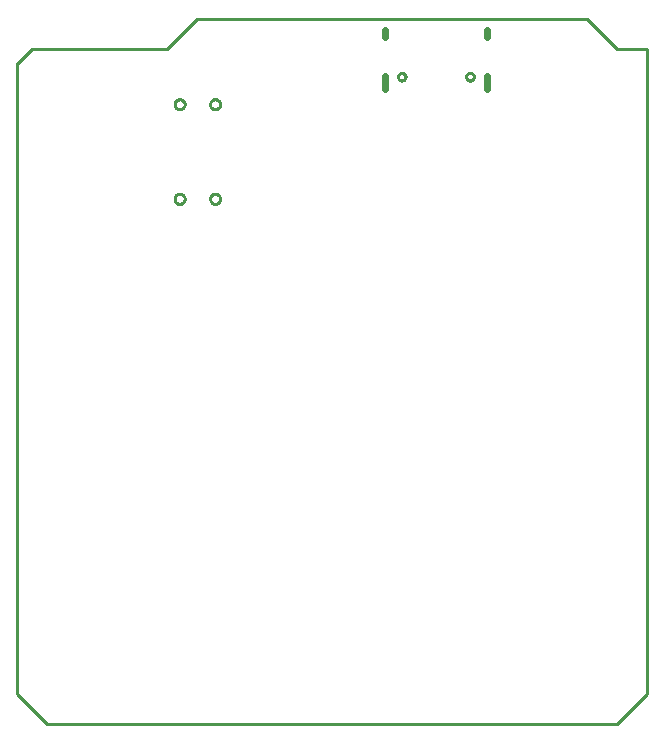
<source format=gko>
G04 EAGLE Gerber RS-274X export*
G75*
%MOMM*%
%FSLAX34Y34*%
%LPD*%
%IN*%
%IPPOS*%
%AMOC8*
5,1,8,0,0,1.08239X$1,22.5*%
G01*
%ADD10C,0.203200*%
%ADD11C,0.000000*%
%ADD12C,0.600000*%
%ADD13C,0.254000*%


D10*
X25400Y-25400D02*
X508000Y-25400D01*
X533400Y0D01*
X533400Y546100D01*
X508000Y546100D01*
X482600Y571500D01*
X152400Y571500D01*
X127000Y546100D01*
X12700Y546100D01*
X0Y533400D01*
X0Y0D01*
X25400Y-25400D01*
D11*
X379980Y522450D02*
X379982Y522563D01*
X379988Y522677D01*
X379998Y522790D01*
X380012Y522902D01*
X380029Y523014D01*
X380051Y523126D01*
X380077Y523236D01*
X380106Y523346D01*
X380139Y523454D01*
X380176Y523562D01*
X380217Y523667D01*
X380261Y523772D01*
X380309Y523875D01*
X380360Y523976D01*
X380415Y524075D01*
X380474Y524172D01*
X380536Y524267D01*
X380601Y524360D01*
X380669Y524451D01*
X380740Y524539D01*
X380815Y524625D01*
X380892Y524708D01*
X380972Y524788D01*
X381055Y524865D01*
X381141Y524940D01*
X381229Y525011D01*
X381320Y525079D01*
X381413Y525144D01*
X381508Y525206D01*
X381605Y525265D01*
X381704Y525320D01*
X381805Y525371D01*
X381908Y525419D01*
X382013Y525463D01*
X382118Y525504D01*
X382226Y525541D01*
X382334Y525574D01*
X382444Y525603D01*
X382554Y525629D01*
X382666Y525651D01*
X382778Y525668D01*
X382890Y525682D01*
X383003Y525692D01*
X383117Y525698D01*
X383230Y525700D01*
X383343Y525698D01*
X383457Y525692D01*
X383570Y525682D01*
X383682Y525668D01*
X383794Y525651D01*
X383906Y525629D01*
X384016Y525603D01*
X384126Y525574D01*
X384234Y525541D01*
X384342Y525504D01*
X384447Y525463D01*
X384552Y525419D01*
X384655Y525371D01*
X384756Y525320D01*
X384855Y525265D01*
X384952Y525206D01*
X385047Y525144D01*
X385140Y525079D01*
X385231Y525011D01*
X385319Y524940D01*
X385405Y524865D01*
X385488Y524788D01*
X385568Y524708D01*
X385645Y524625D01*
X385720Y524539D01*
X385791Y524451D01*
X385859Y524360D01*
X385924Y524267D01*
X385986Y524172D01*
X386045Y524075D01*
X386100Y523976D01*
X386151Y523875D01*
X386199Y523772D01*
X386243Y523667D01*
X386284Y523562D01*
X386321Y523454D01*
X386354Y523346D01*
X386383Y523236D01*
X386409Y523126D01*
X386431Y523014D01*
X386448Y522902D01*
X386462Y522790D01*
X386472Y522677D01*
X386478Y522563D01*
X386480Y522450D01*
X386478Y522337D01*
X386472Y522223D01*
X386462Y522110D01*
X386448Y521998D01*
X386431Y521886D01*
X386409Y521774D01*
X386383Y521664D01*
X386354Y521554D01*
X386321Y521446D01*
X386284Y521338D01*
X386243Y521233D01*
X386199Y521128D01*
X386151Y521025D01*
X386100Y520924D01*
X386045Y520825D01*
X385986Y520728D01*
X385924Y520633D01*
X385859Y520540D01*
X385791Y520449D01*
X385720Y520361D01*
X385645Y520275D01*
X385568Y520192D01*
X385488Y520112D01*
X385405Y520035D01*
X385319Y519960D01*
X385231Y519889D01*
X385140Y519821D01*
X385047Y519756D01*
X384952Y519694D01*
X384855Y519635D01*
X384756Y519580D01*
X384655Y519529D01*
X384552Y519481D01*
X384447Y519437D01*
X384342Y519396D01*
X384234Y519359D01*
X384126Y519326D01*
X384016Y519297D01*
X383906Y519271D01*
X383794Y519249D01*
X383682Y519232D01*
X383570Y519218D01*
X383457Y519208D01*
X383343Y519202D01*
X383230Y519200D01*
X383117Y519202D01*
X383003Y519208D01*
X382890Y519218D01*
X382778Y519232D01*
X382666Y519249D01*
X382554Y519271D01*
X382444Y519297D01*
X382334Y519326D01*
X382226Y519359D01*
X382118Y519396D01*
X382013Y519437D01*
X381908Y519481D01*
X381805Y519529D01*
X381704Y519580D01*
X381605Y519635D01*
X381508Y519694D01*
X381413Y519756D01*
X381320Y519821D01*
X381229Y519889D01*
X381141Y519960D01*
X381055Y520035D01*
X380972Y520112D01*
X380892Y520192D01*
X380815Y520275D01*
X380740Y520361D01*
X380669Y520449D01*
X380601Y520540D01*
X380536Y520633D01*
X380474Y520728D01*
X380415Y520825D01*
X380360Y520924D01*
X380309Y521025D01*
X380261Y521128D01*
X380217Y521233D01*
X380176Y521338D01*
X380139Y521446D01*
X380106Y521554D01*
X380077Y521664D01*
X380051Y521774D01*
X380029Y521886D01*
X380012Y521998D01*
X379998Y522110D01*
X379988Y522223D01*
X379982Y522337D01*
X379980Y522450D01*
X322180Y522450D02*
X322182Y522563D01*
X322188Y522677D01*
X322198Y522790D01*
X322212Y522902D01*
X322229Y523014D01*
X322251Y523126D01*
X322277Y523236D01*
X322306Y523346D01*
X322339Y523454D01*
X322376Y523562D01*
X322417Y523667D01*
X322461Y523772D01*
X322509Y523875D01*
X322560Y523976D01*
X322615Y524075D01*
X322674Y524172D01*
X322736Y524267D01*
X322801Y524360D01*
X322869Y524451D01*
X322940Y524539D01*
X323015Y524625D01*
X323092Y524708D01*
X323172Y524788D01*
X323255Y524865D01*
X323341Y524940D01*
X323429Y525011D01*
X323520Y525079D01*
X323613Y525144D01*
X323708Y525206D01*
X323805Y525265D01*
X323904Y525320D01*
X324005Y525371D01*
X324108Y525419D01*
X324213Y525463D01*
X324318Y525504D01*
X324426Y525541D01*
X324534Y525574D01*
X324644Y525603D01*
X324754Y525629D01*
X324866Y525651D01*
X324978Y525668D01*
X325090Y525682D01*
X325203Y525692D01*
X325317Y525698D01*
X325430Y525700D01*
X325543Y525698D01*
X325657Y525692D01*
X325770Y525682D01*
X325882Y525668D01*
X325994Y525651D01*
X326106Y525629D01*
X326216Y525603D01*
X326326Y525574D01*
X326434Y525541D01*
X326542Y525504D01*
X326647Y525463D01*
X326752Y525419D01*
X326855Y525371D01*
X326956Y525320D01*
X327055Y525265D01*
X327152Y525206D01*
X327247Y525144D01*
X327340Y525079D01*
X327431Y525011D01*
X327519Y524940D01*
X327605Y524865D01*
X327688Y524788D01*
X327768Y524708D01*
X327845Y524625D01*
X327920Y524539D01*
X327991Y524451D01*
X328059Y524360D01*
X328124Y524267D01*
X328186Y524172D01*
X328245Y524075D01*
X328300Y523976D01*
X328351Y523875D01*
X328399Y523772D01*
X328443Y523667D01*
X328484Y523562D01*
X328521Y523454D01*
X328554Y523346D01*
X328583Y523236D01*
X328609Y523126D01*
X328631Y523014D01*
X328648Y522902D01*
X328662Y522790D01*
X328672Y522677D01*
X328678Y522563D01*
X328680Y522450D01*
X328678Y522337D01*
X328672Y522223D01*
X328662Y522110D01*
X328648Y521998D01*
X328631Y521886D01*
X328609Y521774D01*
X328583Y521664D01*
X328554Y521554D01*
X328521Y521446D01*
X328484Y521338D01*
X328443Y521233D01*
X328399Y521128D01*
X328351Y521025D01*
X328300Y520924D01*
X328245Y520825D01*
X328186Y520728D01*
X328124Y520633D01*
X328059Y520540D01*
X327991Y520449D01*
X327920Y520361D01*
X327845Y520275D01*
X327768Y520192D01*
X327688Y520112D01*
X327605Y520035D01*
X327519Y519960D01*
X327431Y519889D01*
X327340Y519821D01*
X327247Y519756D01*
X327152Y519694D01*
X327055Y519635D01*
X326956Y519580D01*
X326855Y519529D01*
X326752Y519481D01*
X326647Y519437D01*
X326542Y519396D01*
X326434Y519359D01*
X326326Y519326D01*
X326216Y519297D01*
X326106Y519271D01*
X325994Y519249D01*
X325882Y519232D01*
X325770Y519218D01*
X325657Y519208D01*
X325543Y519202D01*
X325430Y519200D01*
X325317Y519202D01*
X325203Y519208D01*
X325090Y519218D01*
X324978Y519232D01*
X324866Y519249D01*
X324754Y519271D01*
X324644Y519297D01*
X324534Y519326D01*
X324426Y519359D01*
X324318Y519396D01*
X324213Y519437D01*
X324108Y519481D01*
X324005Y519529D01*
X323904Y519580D01*
X323805Y519635D01*
X323708Y519694D01*
X323613Y519756D01*
X323520Y519821D01*
X323429Y519889D01*
X323341Y519960D01*
X323255Y520035D01*
X323172Y520112D01*
X323092Y520192D01*
X323015Y520275D01*
X322940Y520361D01*
X322869Y520449D01*
X322801Y520540D01*
X322736Y520633D01*
X322674Y520728D01*
X322615Y520825D01*
X322560Y520924D01*
X322509Y521025D01*
X322461Y521128D01*
X322417Y521233D01*
X322376Y521338D01*
X322339Y521446D01*
X322306Y521554D01*
X322277Y521664D01*
X322251Y521774D01*
X322229Y521886D01*
X322212Y521998D01*
X322198Y522110D01*
X322188Y522223D01*
X322182Y522337D01*
X322180Y522450D01*
D12*
X397510Y522650D02*
X397510Y511650D01*
X311150Y511650D02*
X311150Y522650D01*
X397510Y555800D02*
X397510Y562000D01*
X311150Y562000D02*
X311150Y555800D01*
D11*
X133150Y499110D02*
X133152Y499240D01*
X133158Y499370D01*
X133168Y499500D01*
X133182Y499630D01*
X133200Y499759D01*
X133222Y499887D01*
X133247Y500015D01*
X133277Y500142D01*
X133311Y500268D01*
X133348Y500392D01*
X133389Y500516D01*
X133434Y500638D01*
X133483Y500759D01*
X133535Y500878D01*
X133591Y500996D01*
X133651Y501112D01*
X133714Y501226D01*
X133781Y501338D01*
X133851Y501447D01*
X133924Y501555D01*
X134000Y501660D01*
X134080Y501763D01*
X134163Y501864D01*
X134249Y501962D01*
X134338Y502057D01*
X134430Y502150D01*
X134524Y502239D01*
X134621Y502326D01*
X134721Y502409D01*
X134824Y502490D01*
X134928Y502567D01*
X135035Y502641D01*
X135145Y502712D01*
X135256Y502780D01*
X135370Y502844D01*
X135485Y502904D01*
X135602Y502961D01*
X135721Y503014D01*
X135842Y503064D01*
X135963Y503110D01*
X136087Y503152D01*
X136211Y503190D01*
X136337Y503225D01*
X136463Y503256D01*
X136591Y503282D01*
X136719Y503305D01*
X136848Y503324D01*
X136977Y503339D01*
X137107Y503350D01*
X137237Y503357D01*
X137367Y503360D01*
X137498Y503359D01*
X137628Y503354D01*
X137758Y503345D01*
X137887Y503332D01*
X138017Y503315D01*
X138145Y503294D01*
X138273Y503269D01*
X138400Y503241D01*
X138526Y503208D01*
X138651Y503172D01*
X138775Y503131D01*
X138898Y503087D01*
X139019Y503040D01*
X139139Y502988D01*
X139257Y502933D01*
X139373Y502874D01*
X139487Y502812D01*
X139600Y502746D01*
X139710Y502677D01*
X139818Y502605D01*
X139924Y502529D01*
X140028Y502450D01*
X140129Y502368D01*
X140228Y502283D01*
X140324Y502195D01*
X140417Y502104D01*
X140507Y502010D01*
X140594Y501913D01*
X140679Y501814D01*
X140760Y501712D01*
X140838Y501608D01*
X140913Y501502D01*
X140985Y501393D01*
X141053Y501282D01*
X141118Y501169D01*
X141179Y501054D01*
X141237Y500937D01*
X141291Y500819D01*
X141342Y500699D01*
X141389Y500577D01*
X141432Y500454D01*
X141471Y500330D01*
X141507Y500205D01*
X141538Y500078D01*
X141566Y499951D01*
X141590Y499823D01*
X141610Y499694D01*
X141626Y499565D01*
X141638Y499435D01*
X141646Y499305D01*
X141650Y499175D01*
X141650Y499045D01*
X141646Y498915D01*
X141638Y498785D01*
X141626Y498655D01*
X141610Y498526D01*
X141590Y498397D01*
X141566Y498269D01*
X141538Y498142D01*
X141507Y498015D01*
X141471Y497890D01*
X141432Y497766D01*
X141389Y497643D01*
X141342Y497521D01*
X141291Y497401D01*
X141237Y497283D01*
X141179Y497166D01*
X141118Y497051D01*
X141053Y496938D01*
X140985Y496827D01*
X140913Y496718D01*
X140838Y496612D01*
X140760Y496508D01*
X140679Y496406D01*
X140594Y496307D01*
X140507Y496210D01*
X140417Y496116D01*
X140324Y496025D01*
X140228Y495937D01*
X140129Y495852D01*
X140028Y495770D01*
X139924Y495691D01*
X139818Y495615D01*
X139710Y495543D01*
X139600Y495474D01*
X139487Y495408D01*
X139373Y495346D01*
X139257Y495287D01*
X139139Y495232D01*
X139019Y495180D01*
X138898Y495133D01*
X138775Y495089D01*
X138651Y495048D01*
X138526Y495012D01*
X138400Y494979D01*
X138273Y494951D01*
X138145Y494926D01*
X138017Y494905D01*
X137887Y494888D01*
X137758Y494875D01*
X137628Y494866D01*
X137498Y494861D01*
X137367Y494860D01*
X137237Y494863D01*
X137107Y494870D01*
X136977Y494881D01*
X136848Y494896D01*
X136719Y494915D01*
X136591Y494938D01*
X136463Y494964D01*
X136337Y494995D01*
X136211Y495030D01*
X136087Y495068D01*
X135963Y495110D01*
X135842Y495156D01*
X135721Y495206D01*
X135602Y495259D01*
X135485Y495316D01*
X135370Y495376D01*
X135256Y495440D01*
X135145Y495508D01*
X135035Y495579D01*
X134928Y495653D01*
X134824Y495730D01*
X134721Y495811D01*
X134621Y495894D01*
X134524Y495981D01*
X134430Y496070D01*
X134338Y496163D01*
X134249Y496258D01*
X134163Y496356D01*
X134080Y496457D01*
X134000Y496560D01*
X133924Y496665D01*
X133851Y496773D01*
X133781Y496882D01*
X133714Y496994D01*
X133651Y497108D01*
X133591Y497224D01*
X133535Y497342D01*
X133483Y497461D01*
X133434Y497582D01*
X133389Y497704D01*
X133348Y497828D01*
X133311Y497952D01*
X133277Y498078D01*
X133247Y498205D01*
X133222Y498333D01*
X133200Y498461D01*
X133182Y498590D01*
X133168Y498720D01*
X133158Y498850D01*
X133152Y498980D01*
X133150Y499110D01*
X163150Y499110D02*
X163152Y499240D01*
X163158Y499370D01*
X163168Y499500D01*
X163182Y499630D01*
X163200Y499759D01*
X163222Y499887D01*
X163247Y500015D01*
X163277Y500142D01*
X163311Y500268D01*
X163348Y500392D01*
X163389Y500516D01*
X163434Y500638D01*
X163483Y500759D01*
X163535Y500878D01*
X163591Y500996D01*
X163651Y501112D01*
X163714Y501226D01*
X163781Y501338D01*
X163851Y501447D01*
X163924Y501555D01*
X164000Y501660D01*
X164080Y501763D01*
X164163Y501864D01*
X164249Y501962D01*
X164338Y502057D01*
X164430Y502150D01*
X164524Y502239D01*
X164621Y502326D01*
X164721Y502409D01*
X164824Y502490D01*
X164928Y502567D01*
X165035Y502641D01*
X165145Y502712D01*
X165256Y502780D01*
X165370Y502844D01*
X165485Y502904D01*
X165602Y502961D01*
X165721Y503014D01*
X165842Y503064D01*
X165963Y503110D01*
X166087Y503152D01*
X166211Y503190D01*
X166337Y503225D01*
X166463Y503256D01*
X166591Y503282D01*
X166719Y503305D01*
X166848Y503324D01*
X166977Y503339D01*
X167107Y503350D01*
X167237Y503357D01*
X167367Y503360D01*
X167498Y503359D01*
X167628Y503354D01*
X167758Y503345D01*
X167887Y503332D01*
X168017Y503315D01*
X168145Y503294D01*
X168273Y503269D01*
X168400Y503241D01*
X168526Y503208D01*
X168651Y503172D01*
X168775Y503131D01*
X168898Y503087D01*
X169019Y503040D01*
X169139Y502988D01*
X169257Y502933D01*
X169373Y502874D01*
X169487Y502812D01*
X169600Y502746D01*
X169710Y502677D01*
X169818Y502605D01*
X169924Y502529D01*
X170028Y502450D01*
X170129Y502368D01*
X170228Y502283D01*
X170324Y502195D01*
X170417Y502104D01*
X170507Y502010D01*
X170594Y501913D01*
X170679Y501814D01*
X170760Y501712D01*
X170838Y501608D01*
X170913Y501502D01*
X170985Y501393D01*
X171053Y501282D01*
X171118Y501169D01*
X171179Y501054D01*
X171237Y500937D01*
X171291Y500819D01*
X171342Y500699D01*
X171389Y500577D01*
X171432Y500454D01*
X171471Y500330D01*
X171507Y500205D01*
X171538Y500078D01*
X171566Y499951D01*
X171590Y499823D01*
X171610Y499694D01*
X171626Y499565D01*
X171638Y499435D01*
X171646Y499305D01*
X171650Y499175D01*
X171650Y499045D01*
X171646Y498915D01*
X171638Y498785D01*
X171626Y498655D01*
X171610Y498526D01*
X171590Y498397D01*
X171566Y498269D01*
X171538Y498142D01*
X171507Y498015D01*
X171471Y497890D01*
X171432Y497766D01*
X171389Y497643D01*
X171342Y497521D01*
X171291Y497401D01*
X171237Y497283D01*
X171179Y497166D01*
X171118Y497051D01*
X171053Y496938D01*
X170985Y496827D01*
X170913Y496718D01*
X170838Y496612D01*
X170760Y496508D01*
X170679Y496406D01*
X170594Y496307D01*
X170507Y496210D01*
X170417Y496116D01*
X170324Y496025D01*
X170228Y495937D01*
X170129Y495852D01*
X170028Y495770D01*
X169924Y495691D01*
X169818Y495615D01*
X169710Y495543D01*
X169600Y495474D01*
X169487Y495408D01*
X169373Y495346D01*
X169257Y495287D01*
X169139Y495232D01*
X169019Y495180D01*
X168898Y495133D01*
X168775Y495089D01*
X168651Y495048D01*
X168526Y495012D01*
X168400Y494979D01*
X168273Y494951D01*
X168145Y494926D01*
X168017Y494905D01*
X167887Y494888D01*
X167758Y494875D01*
X167628Y494866D01*
X167498Y494861D01*
X167367Y494860D01*
X167237Y494863D01*
X167107Y494870D01*
X166977Y494881D01*
X166848Y494896D01*
X166719Y494915D01*
X166591Y494938D01*
X166463Y494964D01*
X166337Y494995D01*
X166211Y495030D01*
X166087Y495068D01*
X165963Y495110D01*
X165842Y495156D01*
X165721Y495206D01*
X165602Y495259D01*
X165485Y495316D01*
X165370Y495376D01*
X165256Y495440D01*
X165145Y495508D01*
X165035Y495579D01*
X164928Y495653D01*
X164824Y495730D01*
X164721Y495811D01*
X164621Y495894D01*
X164524Y495981D01*
X164430Y496070D01*
X164338Y496163D01*
X164249Y496258D01*
X164163Y496356D01*
X164080Y496457D01*
X164000Y496560D01*
X163924Y496665D01*
X163851Y496773D01*
X163781Y496882D01*
X163714Y496994D01*
X163651Y497108D01*
X163591Y497224D01*
X163535Y497342D01*
X163483Y497461D01*
X163434Y497582D01*
X163389Y497704D01*
X163348Y497828D01*
X163311Y497952D01*
X163277Y498078D01*
X163247Y498205D01*
X163222Y498333D01*
X163200Y498461D01*
X163182Y498590D01*
X163168Y498720D01*
X163158Y498850D01*
X163152Y498980D01*
X163150Y499110D01*
X163150Y419100D02*
X163152Y419230D01*
X163158Y419360D01*
X163168Y419490D01*
X163182Y419620D01*
X163200Y419749D01*
X163222Y419877D01*
X163247Y420005D01*
X163277Y420132D01*
X163311Y420258D01*
X163348Y420382D01*
X163389Y420506D01*
X163434Y420628D01*
X163483Y420749D01*
X163535Y420868D01*
X163591Y420986D01*
X163651Y421102D01*
X163714Y421216D01*
X163781Y421328D01*
X163851Y421437D01*
X163924Y421545D01*
X164000Y421650D01*
X164080Y421753D01*
X164163Y421854D01*
X164249Y421952D01*
X164338Y422047D01*
X164430Y422140D01*
X164524Y422229D01*
X164621Y422316D01*
X164721Y422399D01*
X164824Y422480D01*
X164928Y422557D01*
X165035Y422631D01*
X165145Y422702D01*
X165256Y422770D01*
X165370Y422834D01*
X165485Y422894D01*
X165602Y422951D01*
X165721Y423004D01*
X165842Y423054D01*
X165963Y423100D01*
X166087Y423142D01*
X166211Y423180D01*
X166337Y423215D01*
X166463Y423246D01*
X166591Y423272D01*
X166719Y423295D01*
X166848Y423314D01*
X166977Y423329D01*
X167107Y423340D01*
X167237Y423347D01*
X167367Y423350D01*
X167498Y423349D01*
X167628Y423344D01*
X167758Y423335D01*
X167887Y423322D01*
X168017Y423305D01*
X168145Y423284D01*
X168273Y423259D01*
X168400Y423231D01*
X168526Y423198D01*
X168651Y423162D01*
X168775Y423121D01*
X168898Y423077D01*
X169019Y423030D01*
X169139Y422978D01*
X169257Y422923D01*
X169373Y422864D01*
X169487Y422802D01*
X169600Y422736D01*
X169710Y422667D01*
X169818Y422595D01*
X169924Y422519D01*
X170028Y422440D01*
X170129Y422358D01*
X170228Y422273D01*
X170324Y422185D01*
X170417Y422094D01*
X170507Y422000D01*
X170594Y421903D01*
X170679Y421804D01*
X170760Y421702D01*
X170838Y421598D01*
X170913Y421492D01*
X170985Y421383D01*
X171053Y421272D01*
X171118Y421159D01*
X171179Y421044D01*
X171237Y420927D01*
X171291Y420809D01*
X171342Y420689D01*
X171389Y420567D01*
X171432Y420444D01*
X171471Y420320D01*
X171507Y420195D01*
X171538Y420068D01*
X171566Y419941D01*
X171590Y419813D01*
X171610Y419684D01*
X171626Y419555D01*
X171638Y419425D01*
X171646Y419295D01*
X171650Y419165D01*
X171650Y419035D01*
X171646Y418905D01*
X171638Y418775D01*
X171626Y418645D01*
X171610Y418516D01*
X171590Y418387D01*
X171566Y418259D01*
X171538Y418132D01*
X171507Y418005D01*
X171471Y417880D01*
X171432Y417756D01*
X171389Y417633D01*
X171342Y417511D01*
X171291Y417391D01*
X171237Y417273D01*
X171179Y417156D01*
X171118Y417041D01*
X171053Y416928D01*
X170985Y416817D01*
X170913Y416708D01*
X170838Y416602D01*
X170760Y416498D01*
X170679Y416396D01*
X170594Y416297D01*
X170507Y416200D01*
X170417Y416106D01*
X170324Y416015D01*
X170228Y415927D01*
X170129Y415842D01*
X170028Y415760D01*
X169924Y415681D01*
X169818Y415605D01*
X169710Y415533D01*
X169600Y415464D01*
X169487Y415398D01*
X169373Y415336D01*
X169257Y415277D01*
X169139Y415222D01*
X169019Y415170D01*
X168898Y415123D01*
X168775Y415079D01*
X168651Y415038D01*
X168526Y415002D01*
X168400Y414969D01*
X168273Y414941D01*
X168145Y414916D01*
X168017Y414895D01*
X167887Y414878D01*
X167758Y414865D01*
X167628Y414856D01*
X167498Y414851D01*
X167367Y414850D01*
X167237Y414853D01*
X167107Y414860D01*
X166977Y414871D01*
X166848Y414886D01*
X166719Y414905D01*
X166591Y414928D01*
X166463Y414954D01*
X166337Y414985D01*
X166211Y415020D01*
X166087Y415058D01*
X165963Y415100D01*
X165842Y415146D01*
X165721Y415196D01*
X165602Y415249D01*
X165485Y415306D01*
X165370Y415366D01*
X165256Y415430D01*
X165145Y415498D01*
X165035Y415569D01*
X164928Y415643D01*
X164824Y415720D01*
X164721Y415801D01*
X164621Y415884D01*
X164524Y415971D01*
X164430Y416060D01*
X164338Y416153D01*
X164249Y416248D01*
X164163Y416346D01*
X164080Y416447D01*
X164000Y416550D01*
X163924Y416655D01*
X163851Y416763D01*
X163781Y416872D01*
X163714Y416984D01*
X163651Y417098D01*
X163591Y417214D01*
X163535Y417332D01*
X163483Y417451D01*
X163434Y417572D01*
X163389Y417694D01*
X163348Y417818D01*
X163311Y417942D01*
X163277Y418068D01*
X163247Y418195D01*
X163222Y418323D01*
X163200Y418451D01*
X163182Y418580D01*
X163168Y418710D01*
X163158Y418840D01*
X163152Y418970D01*
X163150Y419100D01*
X133150Y419100D02*
X133152Y419230D01*
X133158Y419360D01*
X133168Y419490D01*
X133182Y419620D01*
X133200Y419749D01*
X133222Y419877D01*
X133247Y420005D01*
X133277Y420132D01*
X133311Y420258D01*
X133348Y420382D01*
X133389Y420506D01*
X133434Y420628D01*
X133483Y420749D01*
X133535Y420868D01*
X133591Y420986D01*
X133651Y421102D01*
X133714Y421216D01*
X133781Y421328D01*
X133851Y421437D01*
X133924Y421545D01*
X134000Y421650D01*
X134080Y421753D01*
X134163Y421854D01*
X134249Y421952D01*
X134338Y422047D01*
X134430Y422140D01*
X134524Y422229D01*
X134621Y422316D01*
X134721Y422399D01*
X134824Y422480D01*
X134928Y422557D01*
X135035Y422631D01*
X135145Y422702D01*
X135256Y422770D01*
X135370Y422834D01*
X135485Y422894D01*
X135602Y422951D01*
X135721Y423004D01*
X135842Y423054D01*
X135963Y423100D01*
X136087Y423142D01*
X136211Y423180D01*
X136337Y423215D01*
X136463Y423246D01*
X136591Y423272D01*
X136719Y423295D01*
X136848Y423314D01*
X136977Y423329D01*
X137107Y423340D01*
X137237Y423347D01*
X137367Y423350D01*
X137498Y423349D01*
X137628Y423344D01*
X137758Y423335D01*
X137887Y423322D01*
X138017Y423305D01*
X138145Y423284D01*
X138273Y423259D01*
X138400Y423231D01*
X138526Y423198D01*
X138651Y423162D01*
X138775Y423121D01*
X138898Y423077D01*
X139019Y423030D01*
X139139Y422978D01*
X139257Y422923D01*
X139373Y422864D01*
X139487Y422802D01*
X139600Y422736D01*
X139710Y422667D01*
X139818Y422595D01*
X139924Y422519D01*
X140028Y422440D01*
X140129Y422358D01*
X140228Y422273D01*
X140324Y422185D01*
X140417Y422094D01*
X140507Y422000D01*
X140594Y421903D01*
X140679Y421804D01*
X140760Y421702D01*
X140838Y421598D01*
X140913Y421492D01*
X140985Y421383D01*
X141053Y421272D01*
X141118Y421159D01*
X141179Y421044D01*
X141237Y420927D01*
X141291Y420809D01*
X141342Y420689D01*
X141389Y420567D01*
X141432Y420444D01*
X141471Y420320D01*
X141507Y420195D01*
X141538Y420068D01*
X141566Y419941D01*
X141590Y419813D01*
X141610Y419684D01*
X141626Y419555D01*
X141638Y419425D01*
X141646Y419295D01*
X141650Y419165D01*
X141650Y419035D01*
X141646Y418905D01*
X141638Y418775D01*
X141626Y418645D01*
X141610Y418516D01*
X141590Y418387D01*
X141566Y418259D01*
X141538Y418132D01*
X141507Y418005D01*
X141471Y417880D01*
X141432Y417756D01*
X141389Y417633D01*
X141342Y417511D01*
X141291Y417391D01*
X141237Y417273D01*
X141179Y417156D01*
X141118Y417041D01*
X141053Y416928D01*
X140985Y416817D01*
X140913Y416708D01*
X140838Y416602D01*
X140760Y416498D01*
X140679Y416396D01*
X140594Y416297D01*
X140507Y416200D01*
X140417Y416106D01*
X140324Y416015D01*
X140228Y415927D01*
X140129Y415842D01*
X140028Y415760D01*
X139924Y415681D01*
X139818Y415605D01*
X139710Y415533D01*
X139600Y415464D01*
X139487Y415398D01*
X139373Y415336D01*
X139257Y415277D01*
X139139Y415222D01*
X139019Y415170D01*
X138898Y415123D01*
X138775Y415079D01*
X138651Y415038D01*
X138526Y415002D01*
X138400Y414969D01*
X138273Y414941D01*
X138145Y414916D01*
X138017Y414895D01*
X137887Y414878D01*
X137758Y414865D01*
X137628Y414856D01*
X137498Y414851D01*
X137367Y414850D01*
X137237Y414853D01*
X137107Y414860D01*
X136977Y414871D01*
X136848Y414886D01*
X136719Y414905D01*
X136591Y414928D01*
X136463Y414954D01*
X136337Y414985D01*
X136211Y415020D01*
X136087Y415058D01*
X135963Y415100D01*
X135842Y415146D01*
X135721Y415196D01*
X135602Y415249D01*
X135485Y415306D01*
X135370Y415366D01*
X135256Y415430D01*
X135145Y415498D01*
X135035Y415569D01*
X134928Y415643D01*
X134824Y415720D01*
X134721Y415801D01*
X134621Y415884D01*
X134524Y415971D01*
X134430Y416060D01*
X134338Y416153D01*
X134249Y416248D01*
X134163Y416346D01*
X134080Y416447D01*
X134000Y416550D01*
X133924Y416655D01*
X133851Y416763D01*
X133781Y416872D01*
X133714Y416984D01*
X133651Y417098D01*
X133591Y417214D01*
X133535Y417332D01*
X133483Y417451D01*
X133434Y417572D01*
X133389Y417694D01*
X133348Y417818D01*
X133311Y417942D01*
X133277Y418068D01*
X133247Y418195D01*
X133222Y418323D01*
X133200Y418451D01*
X133182Y418580D01*
X133168Y418710D01*
X133158Y418840D01*
X133152Y418970D01*
X133150Y419100D01*
D13*
X0Y0D02*
X25400Y-25400D01*
X508000Y-25400D01*
X533400Y0D01*
X533400Y546100D01*
X508000Y546100D01*
X482600Y571500D01*
X152400Y571500D01*
X127000Y546100D01*
X12700Y546100D01*
X0Y533400D01*
X0Y0D01*
X379980Y522663D02*
X380036Y523085D01*
X380146Y523497D01*
X380309Y523891D01*
X380522Y524259D01*
X380781Y524597D01*
X381083Y524899D01*
X381421Y525158D01*
X381789Y525371D01*
X382183Y525534D01*
X382595Y525644D01*
X383017Y525700D01*
X383443Y525700D01*
X383865Y525644D01*
X384277Y525534D01*
X384671Y525371D01*
X385039Y525158D01*
X385377Y524899D01*
X385679Y524597D01*
X385938Y524259D01*
X386151Y523891D01*
X386314Y523497D01*
X386424Y523085D01*
X386480Y522663D01*
X386480Y522237D01*
X386424Y521815D01*
X386314Y521403D01*
X386151Y521009D01*
X385938Y520641D01*
X385679Y520303D01*
X385377Y520001D01*
X385039Y519742D01*
X384671Y519529D01*
X384277Y519366D01*
X383865Y519256D01*
X383443Y519200D01*
X383017Y519200D01*
X382595Y519256D01*
X382183Y519366D01*
X381789Y519529D01*
X381421Y519742D01*
X381083Y520001D01*
X380781Y520303D01*
X380522Y520641D01*
X380309Y521009D01*
X380146Y521403D01*
X380036Y521815D01*
X379980Y522237D01*
X379980Y522663D01*
X322180Y522663D02*
X322236Y523085D01*
X322346Y523497D01*
X322509Y523891D01*
X322722Y524259D01*
X322981Y524597D01*
X323283Y524899D01*
X323621Y525158D01*
X323989Y525371D01*
X324383Y525534D01*
X324795Y525644D01*
X325217Y525700D01*
X325643Y525700D01*
X326065Y525644D01*
X326477Y525534D01*
X326871Y525371D01*
X327239Y525158D01*
X327577Y524899D01*
X327879Y524597D01*
X328138Y524259D01*
X328351Y523891D01*
X328514Y523497D01*
X328624Y523085D01*
X328680Y522663D01*
X328680Y522237D01*
X328624Y521815D01*
X328514Y521403D01*
X328351Y521009D01*
X328138Y520641D01*
X327879Y520303D01*
X327577Y520001D01*
X327239Y519742D01*
X326871Y519529D01*
X326477Y519366D01*
X326065Y519256D01*
X325643Y519200D01*
X325217Y519200D01*
X324795Y519256D01*
X324383Y519366D01*
X323989Y519529D01*
X323621Y519742D01*
X323283Y520001D01*
X322981Y520303D01*
X322722Y520641D01*
X322509Y521009D01*
X322346Y521403D01*
X322236Y521815D01*
X322180Y522237D01*
X322180Y522663D01*
X133150Y499389D02*
X133223Y499941D01*
X133367Y500479D01*
X133580Y500994D01*
X133859Y501476D01*
X134198Y501918D01*
X134592Y502312D01*
X135034Y502651D01*
X135516Y502930D01*
X136031Y503143D01*
X136569Y503287D01*
X137121Y503360D01*
X137679Y503360D01*
X138231Y503287D01*
X138769Y503143D01*
X139284Y502930D01*
X139766Y502651D01*
X140208Y502312D01*
X140602Y501918D01*
X140941Y501476D01*
X141220Y500994D01*
X141433Y500479D01*
X141577Y499941D01*
X141650Y499389D01*
X141650Y498831D01*
X141577Y498279D01*
X141433Y497741D01*
X141220Y497226D01*
X140941Y496744D01*
X140602Y496302D01*
X140208Y495908D01*
X139766Y495569D01*
X139284Y495290D01*
X138769Y495077D01*
X138231Y494933D01*
X137679Y494860D01*
X137121Y494860D01*
X136569Y494933D01*
X136031Y495077D01*
X135516Y495290D01*
X135034Y495569D01*
X134592Y495908D01*
X134198Y496302D01*
X133859Y496744D01*
X133580Y497226D01*
X133367Y497741D01*
X133223Y498279D01*
X133150Y498831D01*
X133150Y499389D01*
X163150Y499389D02*
X163223Y499941D01*
X163367Y500479D01*
X163580Y500994D01*
X163859Y501476D01*
X164198Y501918D01*
X164592Y502312D01*
X165034Y502651D01*
X165516Y502930D01*
X166031Y503143D01*
X166569Y503287D01*
X167121Y503360D01*
X167679Y503360D01*
X168231Y503287D01*
X168769Y503143D01*
X169284Y502930D01*
X169766Y502651D01*
X170208Y502312D01*
X170602Y501918D01*
X170941Y501476D01*
X171220Y500994D01*
X171433Y500479D01*
X171577Y499941D01*
X171650Y499389D01*
X171650Y498831D01*
X171577Y498279D01*
X171433Y497741D01*
X171220Y497226D01*
X170941Y496744D01*
X170602Y496302D01*
X170208Y495908D01*
X169766Y495569D01*
X169284Y495290D01*
X168769Y495077D01*
X168231Y494933D01*
X167679Y494860D01*
X167121Y494860D01*
X166569Y494933D01*
X166031Y495077D01*
X165516Y495290D01*
X165034Y495569D01*
X164592Y495908D01*
X164198Y496302D01*
X163859Y496744D01*
X163580Y497226D01*
X163367Y497741D01*
X163223Y498279D01*
X163150Y498831D01*
X163150Y499389D01*
X171650Y418821D02*
X171577Y418269D01*
X171433Y417731D01*
X171220Y417216D01*
X170941Y416734D01*
X170602Y416292D01*
X170208Y415898D01*
X169766Y415559D01*
X169284Y415280D01*
X168769Y415067D01*
X168231Y414923D01*
X167679Y414850D01*
X167121Y414850D01*
X166569Y414923D01*
X166031Y415067D01*
X165516Y415280D01*
X165034Y415559D01*
X164592Y415898D01*
X164198Y416292D01*
X163859Y416734D01*
X163580Y417216D01*
X163367Y417731D01*
X163223Y418269D01*
X163150Y418821D01*
X163150Y419379D01*
X163223Y419931D01*
X163367Y420469D01*
X163580Y420984D01*
X163859Y421466D01*
X164198Y421908D01*
X164592Y422302D01*
X165034Y422641D01*
X165516Y422920D01*
X166031Y423133D01*
X166569Y423277D01*
X167121Y423350D01*
X167679Y423350D01*
X168231Y423277D01*
X168769Y423133D01*
X169284Y422920D01*
X169766Y422641D01*
X170208Y422302D01*
X170602Y421908D01*
X170941Y421466D01*
X171220Y420984D01*
X171433Y420469D01*
X171577Y419931D01*
X171650Y419379D01*
X171650Y418821D01*
X141650Y418821D02*
X141577Y418269D01*
X141433Y417731D01*
X141220Y417216D01*
X140941Y416734D01*
X140602Y416292D01*
X140208Y415898D01*
X139766Y415559D01*
X139284Y415280D01*
X138769Y415067D01*
X138231Y414923D01*
X137679Y414850D01*
X137121Y414850D01*
X136569Y414923D01*
X136031Y415067D01*
X135516Y415280D01*
X135034Y415559D01*
X134592Y415898D01*
X134198Y416292D01*
X133859Y416734D01*
X133580Y417216D01*
X133367Y417731D01*
X133223Y418269D01*
X133150Y418821D01*
X133150Y419379D01*
X133223Y419931D01*
X133367Y420469D01*
X133580Y420984D01*
X133859Y421466D01*
X134198Y421908D01*
X134592Y422302D01*
X135034Y422641D01*
X135516Y422920D01*
X136031Y423133D01*
X136569Y423277D01*
X137121Y423350D01*
X137679Y423350D01*
X138231Y423277D01*
X138769Y423133D01*
X139284Y422920D01*
X139766Y422641D01*
X140208Y422302D01*
X140602Y421908D01*
X140941Y421466D01*
X141220Y420984D01*
X141433Y420469D01*
X141577Y419931D01*
X141650Y419379D01*
X141650Y418821D01*
M02*

</source>
